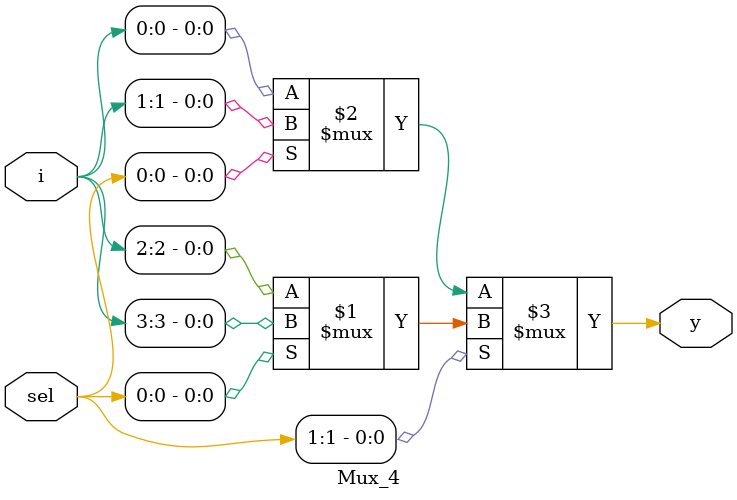
<source format=v>
`timescale 1ns / 1ps


module Mux_4(
input [3:0] i,
input [1:0] sel,
output y
);

//assign y = (~sel[1]&~sel[0]&i[0]) | (~sel[1]&sel[0]&i[1]) | (sel[1]&~sel[0]&i[2]) | (sel[1]&sel[0]&i[3]);

assign y = sel[1] ? (sel[0]?i[3]:i[2]) : (sel[0]?i[1]:i[0]); //using Ternary operator

endmodule

</source>
